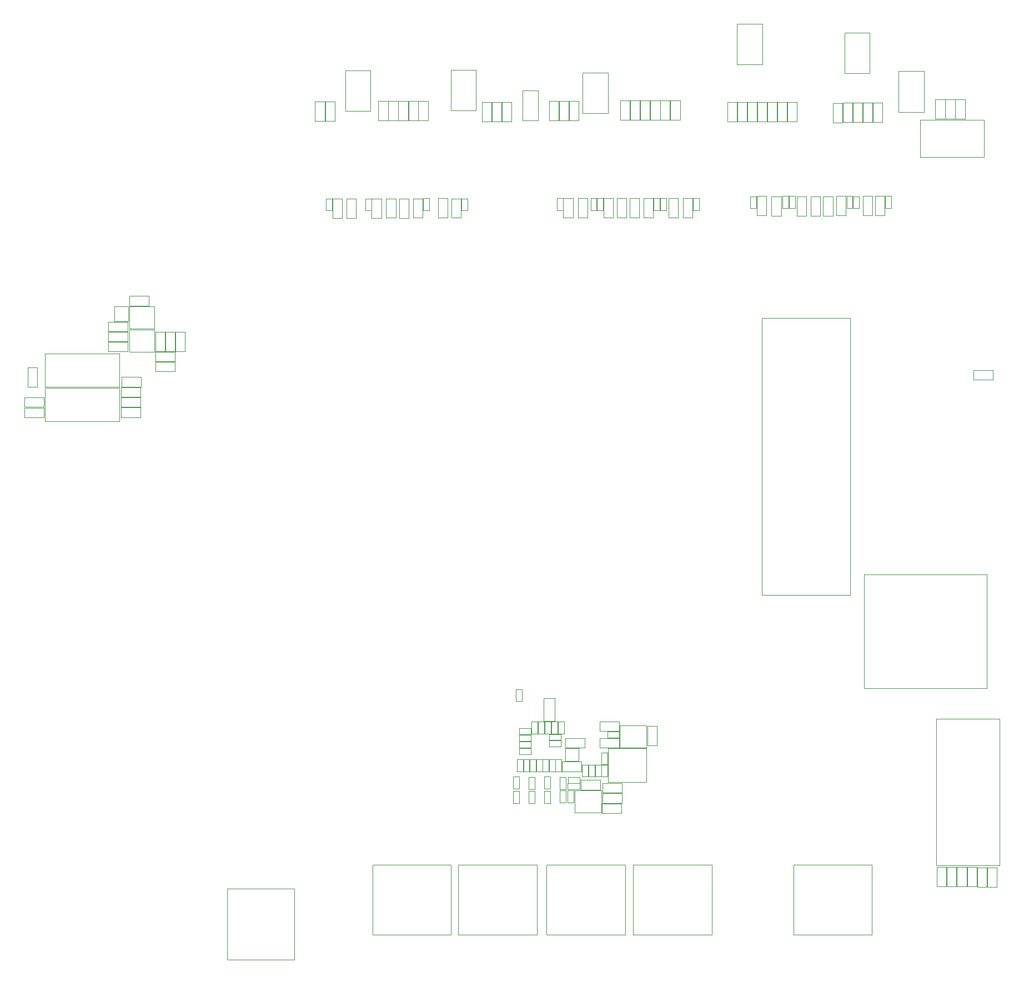
<source format=gbr>
G04 #@! TF.GenerationSoftware,KiCad,Pcbnew,8.0.0-rc1*
G04 #@! TF.CreationDate,2024-05-28T16:40:15+03:00*
G04 #@! TF.ProjectId,MXVR_3566,4d585652-5f33-4353-9636-2e6b69636164,REV1*
G04 #@! TF.SameCoordinates,Original*
G04 #@! TF.FileFunction,Other,User*
%FSLAX46Y46*%
G04 Gerber Fmt 4.6, Leading zero omitted, Abs format (unit mm)*
G04 Created by KiCad (PCBNEW 8.0.0-rc1) date 2024-05-28 16:40:15*
%MOMM*%
%LPD*%
G01*
G04 APERTURE LIST*
%ADD10C,0.050000*%
%ADD11C,0.100000*%
G04 APERTURE END LIST*
D10*
X136450010Y-145227510D02*
X136450010Y-148627510D01*
X140550010Y-145227510D02*
X136450010Y-145227510D01*
X136450010Y-148627510D02*
X140550010Y-148627510D01*
X140550010Y-148627510D02*
X140550010Y-145227510D01*
X140650000Y-147220000D02*
X143610000Y-147220000D01*
X140650000Y-148680000D02*
X140650000Y-147220000D01*
X143610000Y-147220000D02*
X143610000Y-148680000D01*
X143610000Y-148680000D02*
X140650000Y-148680000D01*
X138890000Y-54910000D02*
X139810000Y-54910000D01*
X138890000Y-56730000D02*
X138890000Y-54910000D01*
X139810000Y-54910000D02*
X139810000Y-56730000D01*
X139810000Y-56730000D02*
X138890000Y-56730000D01*
X135390010Y-145230010D02*
X136310010Y-145230010D01*
X135390010Y-147050010D02*
X135390010Y-145230010D01*
X136310010Y-145230010D02*
X136310010Y-147050010D01*
X136310010Y-147050010D02*
X135390010Y-147050010D01*
X107720000Y-54920000D02*
X109180000Y-54920000D01*
X107720000Y-57880000D02*
X107720000Y-54920000D01*
X109180000Y-54920000D02*
X109180000Y-57880000D01*
X109180000Y-57880000D02*
X107720000Y-57880000D01*
X115630000Y-54915000D02*
X117090000Y-54915000D01*
X115630000Y-57875000D02*
X115630000Y-54915000D01*
X117090000Y-54915000D02*
X117090000Y-57875000D01*
X117090000Y-57875000D02*
X115630000Y-57875000D01*
X119200000Y-54920000D02*
X120120000Y-54920000D01*
X119200000Y-56740000D02*
X119200000Y-54920000D01*
X120120000Y-54920000D02*
X120120000Y-56740000D01*
X120120000Y-56740000D02*
X119200000Y-56740000D01*
X129622510Y-140480010D02*
X130542510Y-140480010D01*
X129622510Y-142300010D02*
X129622510Y-140480010D01*
X130542510Y-140480010D02*
X130542510Y-142300010D01*
X130542510Y-142300010D02*
X129622510Y-142300010D01*
X68537500Y-71370000D02*
X68537500Y-74770000D01*
X68537500Y-74770000D02*
X72377500Y-74770000D01*
X72377500Y-71370000D02*
X68537500Y-71370000D01*
X72377500Y-74770000D02*
X72377500Y-71370000D01*
X68562500Y-74910000D02*
X68562500Y-78310000D01*
X68562500Y-78310000D02*
X72402500Y-78310000D01*
X72402500Y-74910000D02*
X68562500Y-74910000D01*
X72402500Y-78310000D02*
X72402500Y-74910000D01*
X134160010Y-145230010D02*
X135080010Y-145230010D01*
X134160010Y-147050010D02*
X134160010Y-145230010D01*
X135080010Y-145230010D02*
X135080010Y-147050010D01*
X135080010Y-147050010D02*
X134160010Y-147050010D01*
X53040000Y-80700000D02*
X54500000Y-80700000D01*
X53040000Y-83660000D02*
X53040000Y-80700000D01*
X54500000Y-80700000D02*
X54500000Y-83660000D01*
X54500000Y-83660000D02*
X53040000Y-83660000D01*
X104530000Y-54930000D02*
X105450000Y-54930000D01*
X104530000Y-56750000D02*
X104530000Y-54930000D01*
X105450000Y-54930000D02*
X105450000Y-56750000D01*
X105450000Y-56750000D02*
X104530000Y-56750000D01*
X166480000Y-54585000D02*
X167940000Y-54585000D01*
X166480000Y-57545000D02*
X166480000Y-54585000D01*
X167940000Y-54585000D02*
X167940000Y-57545000D01*
X167940000Y-57545000D02*
X166480000Y-57545000D01*
X150770000Y-54915000D02*
X152230000Y-54915000D01*
X150770000Y-57875000D02*
X150770000Y-54915000D01*
X152230000Y-54915000D02*
X152230000Y-57875000D01*
X152230000Y-57875000D02*
X150770000Y-57875000D01*
X144935000Y-39975000D02*
X146395000Y-39975000D01*
X144935000Y-42935000D02*
X144935000Y-39975000D01*
X146395000Y-39975000D02*
X146395000Y-42935000D01*
X146395000Y-42935000D02*
X144935000Y-42935000D01*
X128642510Y-140480010D02*
X129562510Y-140480010D01*
X128642510Y-142300010D02*
X128642510Y-140480010D01*
X129562510Y-140480010D02*
X129562510Y-142300010D01*
X129562510Y-142300010D02*
X128642510Y-142300010D01*
X132920010Y-134740010D02*
X133840010Y-134740010D01*
X132920010Y-136560010D02*
X132920010Y-134740010D01*
X133840010Y-134740010D02*
X133840010Y-136560010D01*
X133840010Y-136560010D02*
X132920010Y-136560010D01*
D11*
X189160000Y-42910000D02*
X198860000Y-42910000D01*
X189160000Y-48610000D02*
X189160000Y-42910000D01*
X198860000Y-42910000D02*
X198860000Y-48610000D01*
X198860000Y-48610000D02*
X189160000Y-48610000D01*
X161205000Y-28290000D02*
X165055000Y-28290000D01*
X161205000Y-34485000D02*
X161205000Y-28290000D01*
X165055000Y-28290000D02*
X165055000Y-34485000D01*
X165055000Y-34485000D02*
X161205000Y-34485000D01*
D10*
X162800000Y-40240000D02*
X164260000Y-40240000D01*
X162800000Y-43200000D02*
X162800000Y-40240000D01*
X164260000Y-40240000D02*
X164260000Y-43200000D01*
X164260000Y-43200000D02*
X162800000Y-43200000D01*
X134522510Y-140850010D02*
X137482510Y-140850010D01*
X134522510Y-142310010D02*
X134522510Y-140850010D01*
X137482510Y-140850010D02*
X137482510Y-142310010D01*
X137482510Y-142310010D02*
X134522510Y-142310010D01*
X144860000Y-54900000D02*
X146320000Y-54900000D01*
X144860000Y-57860000D02*
X144860000Y-54900000D01*
X146320000Y-54900000D02*
X146320000Y-57860000D01*
X146320000Y-57860000D02*
X144860000Y-57860000D01*
X125370000Y-40205000D02*
X126830000Y-40205000D01*
X125370000Y-43165000D02*
X125370000Y-40205000D01*
X126830000Y-40205000D02*
X126830000Y-43165000D01*
X126830000Y-43165000D02*
X125370000Y-43165000D01*
X111110000Y-40090000D02*
X112570000Y-40090000D01*
X111110000Y-43050000D02*
X111110000Y-40090000D01*
X112570000Y-40090000D02*
X112570000Y-43050000D01*
X112570000Y-43050000D02*
X111110000Y-43050000D01*
X129450010Y-145270010D02*
X130390010Y-145270010D01*
X129450010Y-147130010D02*
X129450010Y-145270010D01*
X130390010Y-145270010D02*
X130390010Y-147130010D01*
X130390010Y-147130010D02*
X129450010Y-147130010D01*
X135050010Y-138760010D02*
X135050010Y-140760010D01*
X135050010Y-138760010D02*
X137050010Y-138760010D01*
X137050010Y-140760010D02*
X135050010Y-140760010D01*
X137050010Y-140760010D02*
X137050010Y-138760010D01*
X132560000Y-136630000D02*
X134380000Y-136630000D01*
X132560000Y-137550000D02*
X132560000Y-136630000D01*
X134380000Y-136630000D02*
X134380000Y-137550000D01*
X134380000Y-137550000D02*
X132560000Y-137550000D01*
X167360000Y-40230000D02*
X168820000Y-40230000D01*
X167360000Y-43190000D02*
X167360000Y-40230000D01*
X168820000Y-40230000D02*
X168820000Y-43190000D01*
X168820000Y-43190000D02*
X167360000Y-43190000D01*
X127980010Y-135710010D02*
X129800010Y-135710010D01*
X127980010Y-136630010D02*
X127980010Y-135710010D01*
X129800010Y-135710010D02*
X129800010Y-136630010D01*
X129800010Y-136630010D02*
X127980010Y-136630010D01*
X182270000Y-54570000D02*
X183730000Y-54570000D01*
X182270000Y-57530000D02*
X182270000Y-54570000D01*
X183730000Y-54570000D02*
X183730000Y-57530000D01*
X183730000Y-57530000D02*
X182270000Y-57530000D01*
X127662510Y-140490010D02*
X128582510Y-140490010D01*
X127662510Y-142310010D02*
X127662510Y-140490010D01*
X128582510Y-140490010D02*
X128582510Y-142310010D01*
X128582510Y-142310010D02*
X127662510Y-142310010D01*
X140270010Y-134710010D02*
X143230010Y-134710010D01*
X140270010Y-136170010D02*
X140270010Y-134710010D01*
X143230010Y-134710010D02*
X143230010Y-136170010D01*
X143230010Y-136170010D02*
X140270010Y-136170010D01*
X127510010Y-129800010D02*
X128430010Y-129800010D01*
X127510010Y-131620010D02*
X127510010Y-129800010D01*
X128430010Y-129800010D02*
X128430010Y-131620010D01*
X128430010Y-131620010D02*
X127510010Y-131620010D01*
X169790000Y-167200010D02*
X181790000Y-167200010D01*
X181790000Y-156520010D01*
X169790000Y-156520010D01*
X169790000Y-167200010D01*
X140570010Y-141320010D02*
X141490010Y-141320010D01*
X140570010Y-143140010D02*
X140570010Y-141320010D01*
X141490010Y-141320010D02*
X141490010Y-143140010D01*
X141490010Y-143140010D02*
X140570010Y-143140010D01*
X172420000Y-54590000D02*
X173880000Y-54590000D01*
X172420000Y-57550000D02*
X172420000Y-54590000D01*
X173880000Y-54590000D02*
X173880000Y-57550000D01*
X173880000Y-57550000D02*
X172420000Y-57550000D01*
X181950000Y-40345000D02*
X183410000Y-40345000D01*
X181950000Y-43305000D02*
X181950000Y-40345000D01*
X183410000Y-40345000D02*
X183410000Y-43305000D01*
X183410000Y-43305000D02*
X181950000Y-43305000D01*
X134110000Y-40100000D02*
X135570000Y-40100000D01*
X134110000Y-43060000D02*
X134110000Y-40100000D01*
X135570000Y-40100000D02*
X135570000Y-43060000D01*
X135570000Y-43060000D02*
X134110000Y-43060000D01*
X140670010Y-145670010D02*
X143630010Y-145670010D01*
X140670010Y-147130010D02*
X140670010Y-145670010D01*
X143630010Y-145670010D02*
X143630010Y-147130010D01*
X143630010Y-147130010D02*
X140670010Y-147130010D01*
X72555000Y-79840000D02*
X75515000Y-79840000D01*
X72555000Y-81300000D02*
X72555000Y-79840000D01*
X75515000Y-79840000D02*
X75515000Y-81300000D01*
X75515000Y-81300000D02*
X72555000Y-81300000D01*
X75550000Y-75270000D02*
X77010000Y-75270000D01*
X75550000Y-78230000D02*
X75550000Y-75270000D01*
X77010000Y-75270000D02*
X77010000Y-78230000D01*
X77010000Y-78230000D02*
X75550000Y-78230000D01*
X67415000Y-82180000D02*
X70375000Y-82180000D01*
X67415000Y-83640000D02*
X67415000Y-82180000D01*
X70375000Y-82180000D02*
X70375000Y-83640000D01*
X70375000Y-83640000D02*
X67415000Y-83640000D01*
X170300000Y-54590000D02*
X171760000Y-54590000D01*
X170300000Y-57550000D02*
X170300000Y-54590000D01*
X171760000Y-54590000D02*
X171760000Y-57550000D01*
X171760000Y-57550000D02*
X170300000Y-57550000D01*
X72510000Y-75280000D02*
X73970000Y-75280000D01*
X72510000Y-78240000D02*
X72510000Y-75280000D01*
X73970000Y-75280000D02*
X73970000Y-78240000D01*
X73970000Y-78240000D02*
X72510000Y-78240000D01*
X191665000Y-156935000D02*
X193125000Y-156935000D01*
X191665000Y-159895000D02*
X191665000Y-156935000D01*
X193125000Y-156935000D02*
X193125000Y-159895000D01*
X193125000Y-159895000D02*
X191665000Y-159895000D01*
X117660000Y-54920000D02*
X119120000Y-54920000D01*
X117660000Y-57880000D02*
X117660000Y-54920000D01*
X119120000Y-54920000D02*
X119120000Y-57880000D01*
X119120000Y-57880000D02*
X117660000Y-57880000D01*
X143330010Y-135310010D02*
X143330010Y-138710010D01*
X143330010Y-138710010D02*
X147430010Y-138710010D01*
X147430010Y-135310010D02*
X143330010Y-135310010D01*
X147430010Y-138710010D02*
X147430010Y-135310010D01*
X192980000Y-39815000D02*
X194440000Y-39815000D01*
X192980000Y-42775000D02*
X192980000Y-39815000D01*
X194440000Y-39815000D02*
X194440000Y-42775000D01*
X194440000Y-42775000D02*
X192980000Y-42775000D01*
X161260000Y-40240000D02*
X162720000Y-40240000D01*
X161260000Y-43200000D02*
X161260000Y-40240000D01*
X162720000Y-40240000D02*
X162720000Y-43200000D01*
X162720000Y-43200000D02*
X161260000Y-43200000D01*
X135640000Y-40100000D02*
X137100000Y-40100000D01*
X135640000Y-43060000D02*
X135640000Y-40100000D01*
X137100000Y-40100000D02*
X137100000Y-43060000D01*
X137100000Y-43060000D02*
X135640000Y-43060000D01*
X140570010Y-139430010D02*
X141490010Y-139430010D01*
X140570010Y-141250010D02*
X140570010Y-139430010D01*
X141490010Y-139430010D02*
X141490010Y-141250010D01*
X141490010Y-141250010D02*
X140570010Y-141250010D01*
X52580000Y-85260000D02*
X55540000Y-85260000D01*
X52580000Y-86720000D02*
X52580000Y-85260000D01*
X55540000Y-85260000D02*
X55540000Y-86720000D01*
X55540000Y-86720000D02*
X52580000Y-86720000D01*
X127990010Y-136730010D02*
X129810010Y-136730010D01*
X127990010Y-137650010D02*
X127990010Y-136730010D01*
X129810010Y-136730010D02*
X129810010Y-137650010D01*
X129810010Y-137650010D02*
X127990010Y-137650010D01*
X194500000Y-39815000D02*
X195960000Y-39815000D01*
X194500000Y-42775000D02*
X194500000Y-39815000D01*
X195960000Y-39815000D02*
X195960000Y-42775000D01*
X195960000Y-42775000D02*
X194500000Y-42775000D01*
X140860000Y-54910000D02*
X142320000Y-54910000D01*
X140860000Y-57870000D02*
X140860000Y-54910000D01*
X142320000Y-54910000D02*
X142320000Y-57870000D01*
X142320000Y-57870000D02*
X140860000Y-57870000D01*
X135060000Y-137240000D02*
X138020000Y-137240000D01*
X135060000Y-138700000D02*
X135060000Y-137240000D01*
X138020000Y-137240000D02*
X138020000Y-138700000D01*
X138020000Y-138700000D02*
X135060000Y-138700000D01*
X132562510Y-140480010D02*
X133482510Y-140480010D01*
X132562510Y-142300010D02*
X132562510Y-140480010D01*
X133482510Y-140480010D02*
X133482510Y-142300010D01*
X133482510Y-142300010D02*
X132562510Y-142300010D01*
X99540000Y-54930000D02*
X101000000Y-54930000D01*
X99540000Y-57890000D02*
X99540000Y-54930000D01*
X101000000Y-54930000D02*
X101000000Y-57890000D01*
X101000000Y-57890000D02*
X99540000Y-57890000D01*
D11*
X137675000Y-35710000D02*
X141525000Y-35710000D01*
X137675000Y-41905000D02*
X137675000Y-35710000D01*
X141525000Y-35710000D02*
X141525000Y-41905000D01*
X141525000Y-41905000D02*
X137675000Y-41905000D01*
D10*
X105510000Y-54930000D02*
X106970000Y-54930000D01*
X105510000Y-57890000D02*
X105510000Y-54930000D01*
X106970000Y-54930000D02*
X106970000Y-57890000D01*
X106970000Y-57890000D02*
X105510000Y-57890000D01*
X139870000Y-54910000D02*
X140790000Y-54910000D01*
X139870000Y-56730000D02*
X139870000Y-54910000D01*
X140790000Y-54910000D02*
X140790000Y-56730000D01*
X140790000Y-56730000D02*
X139870000Y-56730000D01*
X128540000Y-38445000D02*
X130840000Y-38445000D01*
X128540000Y-43045000D02*
X128540000Y-38445000D01*
X130840000Y-38445000D02*
X130840000Y-43045000D01*
X130840000Y-43045000D02*
X128540000Y-43045000D01*
X151065000Y-39965000D02*
X152525000Y-39965000D01*
X151065000Y-42925000D02*
X151065000Y-39965000D01*
X152525000Y-39965000D02*
X152525000Y-42925000D01*
X152525000Y-42925000D02*
X151065000Y-42925000D01*
X131830010Y-145270010D02*
X132770010Y-145270010D01*
X131830010Y-147130010D02*
X131830010Y-145270010D01*
X132770010Y-145270010D02*
X132770010Y-147130010D01*
X132770010Y-147130010D02*
X131830010Y-147130010D01*
X109580000Y-40085000D02*
X111040000Y-40085000D01*
X109580000Y-43045000D02*
X109580000Y-40085000D01*
X111040000Y-40085000D02*
X111040000Y-43045000D01*
X111040000Y-43045000D02*
X109580000Y-43045000D01*
X177380000Y-40345000D02*
X178840000Y-40345000D01*
X177380000Y-43305000D02*
X177380000Y-40345000D01*
X178840000Y-40345000D02*
X178840000Y-43305000D01*
X178840000Y-43305000D02*
X177380000Y-43305000D01*
X175850000Y-40365000D02*
X177310000Y-40365000D01*
X175850000Y-43325000D02*
X175850000Y-40365000D01*
X177310000Y-40365000D02*
X177310000Y-43325000D01*
X177310000Y-43325000D02*
X175850000Y-43325000D01*
X131920010Y-134740010D02*
X132840010Y-134740010D01*
X131920010Y-136560010D02*
X131920010Y-134740010D01*
X132840010Y-134740010D02*
X132840010Y-136560010D01*
X132840010Y-136560010D02*
X131920010Y-136560010D01*
X105610000Y-167200010D02*
X117610000Y-167200010D01*
X117610000Y-156520010D01*
X105610000Y-156520010D01*
X105610000Y-167200010D01*
X109710000Y-54930000D02*
X111170000Y-54930000D01*
X109710000Y-57890000D02*
X109710000Y-54930000D01*
X111170000Y-54930000D02*
X111170000Y-57890000D01*
X111170000Y-57890000D02*
X109710000Y-57890000D01*
X55660000Y-83800000D02*
X67060000Y-83800000D01*
X67060000Y-88900000D01*
X55660000Y-88900000D01*
X55660000Y-83800000D01*
X178860000Y-54600000D02*
X179780000Y-54600000D01*
X178860000Y-56420000D02*
X178860000Y-54600000D01*
X179780000Y-54600000D02*
X179780000Y-56420000D01*
X179780000Y-56420000D02*
X178860000Y-56420000D01*
X163240000Y-54590000D02*
X164160000Y-54590000D01*
X163240000Y-56410000D02*
X163240000Y-54590000D01*
X164160000Y-54590000D02*
X164160000Y-56410000D01*
X164160000Y-56410000D02*
X163240000Y-56410000D01*
X177920000Y-54580000D02*
X178840000Y-54580000D01*
X177920000Y-56400000D02*
X177920000Y-54580000D01*
X178840000Y-54580000D02*
X178840000Y-56400000D01*
X178840000Y-56400000D02*
X177920000Y-56400000D01*
X140670010Y-144135010D02*
X143630010Y-144135010D01*
X140670010Y-145595010D02*
X140670010Y-144135010D01*
X143630010Y-144135010D02*
X143630010Y-145595010D01*
X143630010Y-145595010D02*
X140670010Y-145595010D01*
X74030000Y-75270000D02*
X75490000Y-75270000D01*
X74030000Y-78230000D02*
X74030000Y-75270000D01*
X75490000Y-75270000D02*
X75490000Y-78230000D01*
X75490000Y-78230000D02*
X74030000Y-78230000D01*
D11*
X177600000Y-29615000D02*
X181450000Y-29615000D01*
X177600000Y-35810000D02*
X177600000Y-29615000D01*
X181450000Y-29615000D02*
X181450000Y-35810000D01*
X181450000Y-35810000D02*
X177600000Y-35810000D01*
D10*
X142870000Y-54895000D02*
X144330000Y-54895000D01*
X142870000Y-57855000D02*
X142870000Y-54895000D01*
X144330000Y-54895000D02*
X144330000Y-57855000D01*
X144330000Y-57855000D02*
X142870000Y-57855000D01*
X165840000Y-40245000D02*
X167300000Y-40245000D01*
X165840000Y-43205000D02*
X165840000Y-40245000D01*
X167300000Y-40245000D02*
X167300000Y-43205000D01*
X167300000Y-43205000D02*
X165840000Y-43205000D01*
X72550000Y-78320000D02*
X75510000Y-78320000D01*
X72550000Y-79780000D02*
X72550000Y-78320000D01*
X75510000Y-78320000D02*
X75510000Y-79780000D01*
X75510000Y-79780000D02*
X72550000Y-79780000D01*
X66280000Y-73700000D02*
X66280000Y-71400000D01*
X66280000Y-73700000D02*
X68380000Y-73700000D01*
X68380000Y-71400000D02*
X66280000Y-71400000D01*
X68380000Y-71400000D02*
X68380000Y-73700000D01*
X191609900Y-134265000D02*
X201209900Y-134265000D01*
X191609900Y-156665000D02*
X191609900Y-134265000D01*
X201209900Y-134265000D02*
X201209900Y-156665000D01*
X201209900Y-156665000D02*
X191609900Y-156665000D01*
X101690000Y-54930000D02*
X103150000Y-54930000D01*
X101690000Y-57890000D02*
X101690000Y-54930000D01*
X103150000Y-54930000D02*
X103150000Y-57890000D01*
X103150000Y-57890000D02*
X101690000Y-57890000D01*
X134190010Y-143210010D02*
X135130010Y-143210010D01*
X134190010Y-145070010D02*
X134190010Y-143210010D01*
X135130010Y-143210010D02*
X135130010Y-145070010D01*
X135130010Y-145070010D02*
X134190010Y-145070010D01*
X164320000Y-40240000D02*
X165780000Y-40240000D01*
X164320000Y-43200000D02*
X164320000Y-40240000D01*
X165780000Y-40240000D02*
X165780000Y-43200000D01*
X165780000Y-43200000D02*
X164320000Y-43200000D01*
X191450000Y-39815000D02*
X192910000Y-39815000D01*
X191450000Y-42775000D02*
X191450000Y-39815000D01*
X192910000Y-39815000D02*
X192910000Y-42775000D01*
X192910000Y-42775000D02*
X191450000Y-42775000D01*
X194745000Y-156935000D02*
X196205000Y-156935000D01*
X194745000Y-159895000D02*
X194745000Y-156935000D01*
X196205000Y-156935000D02*
X196205000Y-159895000D01*
X196205000Y-159895000D02*
X194745000Y-159895000D01*
X127070010Y-145290010D02*
X128010010Y-145290010D01*
X127070010Y-147150010D02*
X127070010Y-145290010D01*
X128010010Y-145290010D02*
X128010010Y-147150010D01*
X128010010Y-147150010D02*
X127070010Y-147150010D01*
X176360000Y-54575000D02*
X177820000Y-54575000D01*
X176360000Y-57535000D02*
X176360000Y-54575000D01*
X177820000Y-54575000D02*
X177820000Y-57535000D01*
X177820000Y-57535000D02*
X176360000Y-57535000D01*
X140300010Y-137240010D02*
X143260010Y-137240010D01*
X140300010Y-138700010D02*
X140300010Y-137240010D01*
X143260010Y-137240010D02*
X143260010Y-138700010D01*
X143260010Y-138700010D02*
X140300010Y-138700010D01*
X159740000Y-40230000D02*
X161200000Y-40230000D01*
X159740000Y-43190000D02*
X159740000Y-40230000D01*
X161200000Y-40230000D02*
X161200000Y-43190000D01*
X161200000Y-43190000D02*
X159740000Y-43190000D01*
X129440010Y-143180010D02*
X130380010Y-143180010D01*
X129440010Y-145040010D02*
X129440010Y-143180010D01*
X130380010Y-143180010D02*
X130380010Y-145040010D01*
X130380010Y-145040010D02*
X129440010Y-145040010D01*
X112630000Y-40080000D02*
X114090000Y-40080000D01*
X112630000Y-43040000D02*
X112630000Y-40080000D01*
X114090000Y-40080000D02*
X114090000Y-43040000D01*
X114090000Y-43040000D02*
X112630000Y-43040000D01*
X132580000Y-40085000D02*
X134040000Y-40085000D01*
X132580000Y-43045000D02*
X132580000Y-40085000D01*
X134040000Y-40085000D02*
X134040000Y-43045000D01*
X134040000Y-43045000D02*
X132580000Y-43045000D01*
X146960000Y-54900000D02*
X148420000Y-54900000D01*
X146960000Y-57860000D02*
X146960000Y-54900000D01*
X148420000Y-54900000D02*
X148420000Y-57860000D01*
X148420000Y-57860000D02*
X146960000Y-57860000D01*
X98430000Y-40125000D02*
X99890000Y-40125000D01*
X98430000Y-43085000D02*
X98430000Y-40125000D01*
X99890000Y-40125000D02*
X99890000Y-43085000D01*
X99890000Y-43085000D02*
X98430000Y-43085000D01*
X180430000Y-40345000D02*
X181890000Y-40345000D01*
X180430000Y-43305000D02*
X180430000Y-40345000D01*
X181890000Y-40345000D02*
X181890000Y-43305000D01*
X181890000Y-43305000D02*
X180430000Y-43305000D01*
X152950000Y-54915000D02*
X154410000Y-54915000D01*
X152950000Y-57875000D02*
X152950000Y-54915000D01*
X154410000Y-54915000D02*
X154410000Y-57875000D01*
X154410000Y-57875000D02*
X152950000Y-57875000D01*
X148005000Y-39980000D02*
X149465000Y-39980000D01*
X148005000Y-42940000D02*
X148005000Y-39980000D01*
X149465000Y-39980000D02*
X149465000Y-42940000D01*
X149465000Y-42940000D02*
X148005000Y-42940000D01*
X134720000Y-54900000D02*
X136180000Y-54900000D01*
X134720000Y-57860000D02*
X134720000Y-54900000D01*
X136180000Y-54900000D02*
X136180000Y-57860000D01*
X136180000Y-57860000D02*
X134720000Y-57860000D01*
X108050000Y-40085000D02*
X109510000Y-40085000D01*
X108050000Y-43045000D02*
X108050000Y-40085000D01*
X109510000Y-40085000D02*
X109510000Y-43045000D01*
X109510000Y-43045000D02*
X108050000Y-43045000D01*
X197815000Y-156955000D02*
X199275000Y-156955000D01*
X197815000Y-159915000D02*
X197815000Y-156955000D01*
X199275000Y-156955000D02*
X199275000Y-159915000D01*
X199275000Y-159915000D02*
X197815000Y-159915000D01*
X135410010Y-143160010D02*
X137230010Y-143160010D01*
X135410010Y-144080010D02*
X135410010Y-143160010D01*
X137230010Y-143160010D02*
X137230010Y-144080010D01*
X137230010Y-144080010D02*
X135410010Y-144080010D01*
X141430010Y-136240010D02*
X143250010Y-136240010D01*
X141430010Y-137160010D02*
X141430010Y-136240010D01*
X143250010Y-136240010D02*
X143250010Y-137160010D01*
X143250010Y-137160010D02*
X141430010Y-137160010D01*
X197240000Y-81120000D02*
X200200000Y-81120000D01*
X197240000Y-82580000D02*
X197240000Y-81120000D01*
X200200000Y-81120000D02*
X200200000Y-82580000D01*
X200200000Y-82580000D02*
X197240000Y-82580000D01*
X52580000Y-86850000D02*
X55540000Y-86850000D01*
X52580000Y-88310000D02*
X52580000Y-86850000D01*
X55540000Y-86850000D02*
X55540000Y-88310000D01*
X55540000Y-88310000D02*
X52580000Y-88310000D01*
X67300000Y-85290000D02*
X70260000Y-85290000D01*
X67300000Y-86750000D02*
X67300000Y-85290000D01*
X70260000Y-85290000D02*
X70260000Y-86750000D01*
X70260000Y-86750000D02*
X67300000Y-86750000D01*
X122340000Y-40195000D02*
X123800000Y-40195000D01*
X122340000Y-43155000D02*
X122340000Y-40195000D01*
X123800000Y-40195000D02*
X123800000Y-43155000D01*
X123800000Y-43155000D02*
X122340000Y-43155000D01*
X141556746Y-143940010D02*
X147426746Y-143940010D01*
X147426746Y-138820010D01*
X141556746Y-138820010D01*
X141556746Y-143940010D01*
X127990010Y-137760010D02*
X129810010Y-137760010D01*
X127990010Y-138680010D02*
X127990010Y-137760010D01*
X129810010Y-137760010D02*
X129810010Y-138680010D01*
X129810010Y-138680010D02*
X127990010Y-138680010D01*
X154490000Y-54915000D02*
X155410000Y-54915000D01*
X154490000Y-56735000D02*
X154490000Y-54915000D01*
X155410000Y-54915000D02*
X155410000Y-56735000D01*
X155410000Y-56735000D02*
X154490000Y-56735000D01*
X164230000Y-54580000D02*
X165690000Y-54580000D01*
X164230000Y-57540000D02*
X164230000Y-54580000D01*
X165690000Y-54580000D02*
X165690000Y-57540000D01*
X165690000Y-57540000D02*
X164230000Y-57540000D01*
X174350000Y-54590000D02*
X175810000Y-54590000D01*
X174350000Y-57550000D02*
X174350000Y-54590000D01*
X175810000Y-54590000D02*
X175810000Y-57550000D01*
X175810000Y-57550000D02*
X174350000Y-57550000D01*
X111845000Y-54920000D02*
X113305000Y-54920000D01*
X111845000Y-57880000D02*
X111845000Y-54920000D01*
X113305000Y-54920000D02*
X113305000Y-57880000D01*
X113305000Y-57880000D02*
X111845000Y-57880000D01*
X165034920Y-115380000D02*
X165034920Y-73165000D01*
X178434920Y-73165000D02*
X165034920Y-73165000D01*
X178434920Y-115380000D02*
X165034920Y-115380000D01*
X178434920Y-115380000D02*
X178434920Y-73165000D01*
X169170000Y-54580000D02*
X170090000Y-54580000D01*
X169170000Y-56400000D02*
X169170000Y-54580000D01*
X170090000Y-54580000D02*
X170090000Y-56400000D01*
X170090000Y-56400000D02*
X169170000Y-56400000D01*
D11*
X101460000Y-35430000D02*
X105310000Y-35430000D01*
X101460000Y-41625000D02*
X101460000Y-35430000D01*
X105310000Y-35430000D02*
X105310000Y-41625000D01*
X105310000Y-41625000D02*
X101460000Y-41625000D01*
D10*
X65320000Y-73770000D02*
X68280000Y-73770000D01*
X65320000Y-75230000D02*
X65320000Y-73770000D01*
X68280000Y-73770000D02*
X68280000Y-75230000D01*
X68280000Y-75230000D02*
X65320000Y-75230000D01*
X67315000Y-83750000D02*
X70275000Y-83750000D01*
X67315000Y-85210000D02*
X67315000Y-83750000D01*
X70275000Y-83750000D02*
X70275000Y-85210000D01*
X70275000Y-85210000D02*
X67315000Y-85210000D01*
X196285000Y-156940000D02*
X197745000Y-156940000D01*
X196285000Y-159900000D02*
X196285000Y-156940000D01*
X197745000Y-156940000D02*
X197745000Y-159900000D01*
X197745000Y-159900000D02*
X196285000Y-159900000D01*
D11*
X185840000Y-35525000D02*
X189690000Y-35525000D01*
X185840000Y-41720000D02*
X185840000Y-35525000D01*
X189690000Y-35525000D02*
X189690000Y-41720000D01*
X189690000Y-41720000D02*
X185840000Y-41720000D01*
D10*
X96870000Y-40135000D02*
X98330000Y-40135000D01*
X96870000Y-43095000D02*
X96870000Y-40135000D01*
X98330000Y-40135000D02*
X98330000Y-43095000D01*
X98330000Y-43095000D02*
X96870000Y-43095000D01*
X148500000Y-54900000D02*
X149420000Y-54900000D01*
X148500000Y-56720000D02*
X148500000Y-54900000D01*
X149420000Y-54900000D02*
X149420000Y-56720000D01*
X149420000Y-56720000D02*
X148500000Y-56720000D01*
X130602510Y-140480010D02*
X131522510Y-140480010D01*
X130602510Y-142300010D02*
X130602510Y-140480010D01*
X131522510Y-140480010D02*
X131522510Y-142300010D01*
X131522510Y-142300010D02*
X130602510Y-142300010D01*
X146475000Y-39980000D02*
X147935000Y-39980000D01*
X146475000Y-42940000D02*
X146475000Y-39980000D01*
X147935000Y-39980000D02*
X147935000Y-42940000D01*
X147935000Y-42940000D02*
X146475000Y-42940000D01*
X145370000Y-167200010D02*
X157370000Y-167200010D01*
X157370000Y-156520010D01*
X145370000Y-156520010D01*
X145370000Y-167200010D01*
X180390000Y-54580000D02*
X181850000Y-54580000D01*
X180390000Y-57540000D02*
X180390000Y-54580000D01*
X181850000Y-54580000D02*
X181850000Y-57540000D01*
X181850000Y-57540000D02*
X180390000Y-57540000D01*
X133740000Y-54900000D02*
X134660000Y-54900000D01*
X133740000Y-56720000D02*
X133740000Y-54900000D01*
X134660000Y-54900000D02*
X134660000Y-56720000D01*
X134660000Y-56720000D02*
X133740000Y-56720000D01*
X127990010Y-138770010D02*
X129810010Y-138770010D01*
X127990010Y-139690010D02*
X127990010Y-138770010D01*
X129810010Y-138770010D02*
X129810010Y-139690010D01*
X129810010Y-139690010D02*
X127990010Y-139690010D01*
X123850000Y-40200000D02*
X125310000Y-40200000D01*
X123850000Y-43160000D02*
X123850000Y-40200000D01*
X125310000Y-40200000D02*
X125310000Y-43160000D01*
X125310000Y-43160000D02*
X123850000Y-43160000D01*
X143375000Y-39965000D02*
X144835000Y-39965000D01*
X143375000Y-42925000D02*
X143375000Y-39965000D01*
X144835000Y-39965000D02*
X144835000Y-42925000D01*
X144835000Y-42925000D02*
X143375000Y-42925000D01*
X199340000Y-156960000D02*
X200800000Y-156960000D01*
X199340000Y-159920000D02*
X199340000Y-156960000D01*
X200800000Y-156960000D02*
X200800000Y-159920000D01*
X200800000Y-159920000D02*
X199340000Y-159920000D01*
X129890010Y-134740010D02*
X130810010Y-134740010D01*
X129890010Y-136560010D02*
X129890010Y-134740010D01*
X130810010Y-134740010D02*
X130810010Y-136560010D01*
X130810010Y-136560010D02*
X129890010Y-136560010D01*
X168910000Y-40230000D02*
X170370000Y-40230000D01*
X168910000Y-43190000D02*
X168910000Y-40230000D01*
X170370000Y-40230000D02*
X170370000Y-43190000D01*
X170370000Y-43190000D02*
X168910000Y-43190000D01*
X67300000Y-86830000D02*
X70260000Y-86830000D01*
X67300000Y-88290000D02*
X67300000Y-86830000D01*
X70260000Y-86830000D02*
X70260000Y-88290000D01*
X70260000Y-88290000D02*
X67300000Y-88290000D01*
X65320000Y-75280000D02*
X68280000Y-75280000D01*
X65320000Y-76740000D02*
X65320000Y-75280000D01*
X68280000Y-75280000D02*
X68280000Y-76740000D01*
X68280000Y-76740000D02*
X65320000Y-76740000D01*
X118700000Y-167200010D02*
X130700000Y-167200010D01*
X130700000Y-156520010D01*
X118700000Y-156520010D01*
X118700000Y-167200010D01*
X132560000Y-137630000D02*
X134380000Y-137630000D01*
X132560000Y-138550000D02*
X132560000Y-137630000D01*
X134380000Y-137630000D02*
X134380000Y-138550000D01*
X134380000Y-138550000D02*
X132560000Y-138550000D01*
X137365010Y-143640010D02*
X140325010Y-143640010D01*
X137365010Y-145100010D02*
X137365010Y-143640010D01*
X140325010Y-143640010D02*
X140325010Y-145100010D01*
X140325010Y-145100010D02*
X137365010Y-145100010D01*
X132170000Y-167200010D02*
X144170000Y-167200010D01*
X144170000Y-156520010D01*
X132170000Y-156520010D01*
X132170000Y-167200010D01*
D11*
X117550000Y-35340000D02*
X121400000Y-35340000D01*
X117550000Y-41535000D02*
X117550000Y-35340000D01*
X121400000Y-35340000D02*
X121400000Y-41535000D01*
X121400000Y-41535000D02*
X117550000Y-41535000D01*
D10*
X138580010Y-141320010D02*
X139500010Y-141320010D01*
X138580010Y-143140010D02*
X138580010Y-141320010D01*
X139500010Y-141320010D02*
X139500010Y-143140010D01*
X139500010Y-143140010D02*
X138580010Y-143140010D01*
X135400010Y-144140010D02*
X137220010Y-144140010D01*
X135400010Y-145060010D02*
X135400010Y-144140010D01*
X137220010Y-144140010D02*
X137220010Y-145060010D01*
X137220010Y-145060010D02*
X135400010Y-145060010D01*
X183800000Y-54580000D02*
X184720000Y-54580000D01*
X183800000Y-56400000D02*
X183800000Y-54580000D01*
X184720000Y-54580000D02*
X184720000Y-56400000D01*
X184720000Y-56400000D02*
X183800000Y-56400000D01*
X149525000Y-39965000D02*
X150985000Y-39965000D01*
X149525000Y-42925000D02*
X149525000Y-39965000D01*
X150985000Y-39965000D02*
X150985000Y-42925000D01*
X150985000Y-42925000D02*
X149525000Y-42925000D01*
X68530000Y-69800000D02*
X71490000Y-69800000D01*
X68530000Y-71260000D02*
X68530000Y-69800000D01*
X71490000Y-69800000D02*
X71490000Y-71260000D01*
X71490000Y-71260000D02*
X68530000Y-71260000D01*
X147530000Y-135390000D02*
X148990000Y-135390000D01*
X147530000Y-138350000D02*
X147530000Y-135390000D01*
X148990000Y-135390000D02*
X148990000Y-138350000D01*
X148990000Y-138350000D02*
X147530000Y-138350000D01*
X133950010Y-134740010D02*
X134870010Y-134740010D01*
X133950010Y-136560010D02*
X133950010Y-134740010D01*
X134870010Y-134740010D02*
X134870010Y-136560010D01*
X134870010Y-136560010D02*
X133950010Y-136560010D01*
X133542510Y-140480010D02*
X134462510Y-140480010D01*
X133542510Y-142300010D02*
X133542510Y-140480010D01*
X134462510Y-140480010D02*
X134462510Y-142300010D01*
X134462510Y-142300010D02*
X133542510Y-142300010D01*
X131582510Y-140480010D02*
X132502510Y-140480010D01*
X131582510Y-142300010D02*
X131582510Y-140480010D01*
X132502510Y-140480010D02*
X132502510Y-142300010D01*
X132502510Y-142300010D02*
X131582510Y-142300010D01*
X168130000Y-54570000D02*
X169050000Y-54570000D01*
X168130000Y-56390000D02*
X168130000Y-54570000D01*
X169050000Y-54570000D02*
X169050000Y-56390000D01*
X169050000Y-56390000D02*
X168130000Y-56390000D01*
X131830010Y-143110010D02*
X132770010Y-143110010D01*
X131830010Y-144970010D02*
X131830010Y-143110010D01*
X132770010Y-143110010D02*
X132770010Y-144970010D01*
X132770010Y-144970010D02*
X131830010Y-144970010D01*
X98550000Y-54930000D02*
X99470000Y-54930000D01*
X98550000Y-56750000D02*
X98550000Y-54930000D01*
X99470000Y-54930000D02*
X99470000Y-56750000D01*
X99470000Y-56750000D02*
X98550000Y-56750000D01*
X55682500Y-78547500D02*
X67082500Y-78547500D01*
X67082500Y-83647500D01*
X55682500Y-83647500D01*
X55682500Y-78547500D01*
X83470000Y-160200000D02*
X83470000Y-171000000D01*
X83470000Y-171000000D02*
X93700000Y-171000000D01*
X93700000Y-160200000D02*
X83470000Y-160200000D01*
X93700000Y-171000000D02*
X93700000Y-160200000D01*
X178890000Y-40345000D02*
X180350000Y-40345000D01*
X178890000Y-43305000D02*
X178890000Y-40345000D01*
X180350000Y-40345000D02*
X180350000Y-43305000D01*
X180350000Y-43305000D02*
X178890000Y-43305000D01*
X113370000Y-54910000D02*
X114290000Y-54910000D01*
X113370000Y-56730000D02*
X113370000Y-54910000D01*
X114290000Y-54910000D02*
X114290000Y-56730000D01*
X114290000Y-56730000D02*
X113370000Y-56730000D01*
X65330000Y-76820000D02*
X68290000Y-76820000D01*
X65330000Y-78280000D02*
X65330000Y-76820000D01*
X68290000Y-76820000D02*
X68290000Y-78280000D01*
X68290000Y-78280000D02*
X65330000Y-78280000D01*
X127080010Y-143110010D02*
X128020010Y-143110010D01*
X127080010Y-144970010D02*
X127080010Y-143110010D01*
X128020010Y-143110010D02*
X128020010Y-144970010D01*
X128020010Y-144970010D02*
X127080010Y-144970010D01*
X106520000Y-40080000D02*
X107980000Y-40080000D01*
X106520000Y-43040000D02*
X106520000Y-40080000D01*
X107980000Y-40080000D02*
X107980000Y-43040000D01*
X107980000Y-43040000D02*
X106520000Y-43040000D01*
X137570010Y-141320010D02*
X138490010Y-141320010D01*
X137570010Y-143140010D02*
X137570010Y-141320010D01*
X138490010Y-141320010D02*
X138490010Y-143140010D01*
X138490010Y-143140010D02*
X137570010Y-143140010D01*
X193195000Y-156935000D02*
X194655000Y-156935000D01*
X193195000Y-159895000D02*
X193195000Y-156935000D01*
X194655000Y-156935000D02*
X194655000Y-159895000D01*
X194655000Y-159895000D02*
X193195000Y-159895000D01*
X136970000Y-54900000D02*
X138430000Y-54900000D01*
X136970000Y-57860000D02*
X136970000Y-54900000D01*
X138430000Y-54900000D02*
X138430000Y-57860000D01*
X138430000Y-57860000D02*
X136970000Y-57860000D01*
D11*
X180580000Y-112300000D02*
X199280000Y-112300000D01*
X180580000Y-129600000D02*
X180580000Y-112300000D01*
X199280000Y-112300000D02*
X199280000Y-129600000D01*
X199280000Y-129600000D02*
X180580000Y-129600000D01*
D10*
X139570010Y-141320010D02*
X140490010Y-141320010D01*
X139570010Y-143140010D02*
X139570010Y-141320010D01*
X140490010Y-141320010D02*
X140490010Y-143140010D01*
X140490010Y-143140010D02*
X139570010Y-143140010D01*
X130910010Y-134730010D02*
X131830010Y-134730010D01*
X130910010Y-136550010D02*
X130910010Y-134730010D01*
X131830010Y-134730010D02*
X131830010Y-136550010D01*
X131830010Y-136550010D02*
X130910010Y-136550010D01*
X149500000Y-54900000D02*
X150420000Y-54900000D01*
X149500000Y-56720000D02*
X149500000Y-54900000D01*
X150420000Y-54900000D02*
X150420000Y-56720000D01*
X150420000Y-56720000D02*
X149500000Y-56720000D01*
X131710010Y-131160010D02*
X133410010Y-131160010D01*
X131710010Y-134660010D02*
X131710010Y-131160010D01*
X133410010Y-131160010D02*
X133410010Y-134660010D01*
X133410010Y-134660010D02*
X131710010Y-134660010D01*
M02*

</source>
